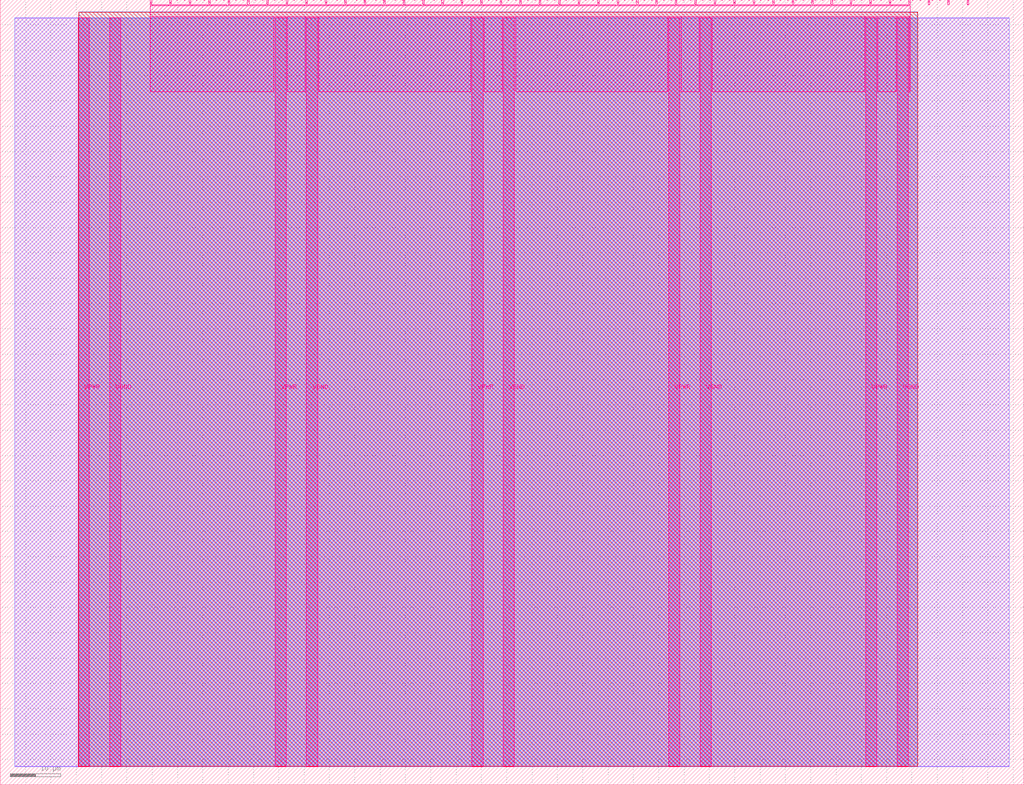
<source format=lef>
VERSION 5.7 ;
  NOWIREEXTENSIONATPIN ON ;
  DIVIDERCHAR "/" ;
  BUSBITCHARS "[]" ;
MACRO tt_um_brailliance
  CLASS BLOCK ;
  FOREIGN tt_um_brailliance ;
  ORIGIN 0.000 0.000 ;
  SIZE 202.080 BY 154.980 ;
  PIN VGND
    DIRECTION INOUT ;
    USE GROUND ;
    PORT
      LAYER Metal5 ;
        RECT 21.580 3.560 23.780 151.420 ;
    END
    PORT
      LAYER Metal5 ;
        RECT 60.450 3.560 62.650 151.420 ;
    END
    PORT
      LAYER Metal5 ;
        RECT 99.320 3.560 101.520 151.420 ;
    END
    PORT
      LAYER Metal5 ;
        RECT 138.190 3.560 140.390 151.420 ;
    END
    PORT
      LAYER Metal5 ;
        RECT 177.060 3.560 179.260 151.420 ;
    END
  END VGND
  PIN VPWR
    DIRECTION INOUT ;
    USE POWER ;
    PORT
      LAYER Metal5 ;
        RECT 15.380 3.560 17.580 151.420 ;
    END
    PORT
      LAYER Metal5 ;
        RECT 54.250 3.560 56.450 151.420 ;
    END
    PORT
      LAYER Metal5 ;
        RECT 93.120 3.560 95.320 151.420 ;
    END
    PORT
      LAYER Metal5 ;
        RECT 131.990 3.560 134.190 151.420 ;
    END
    PORT
      LAYER Metal5 ;
        RECT 170.860 3.560 173.060 151.420 ;
    END
  END VPWR
  PIN clk
    DIRECTION INPUT ;
    USE SIGNAL ;
    PORT
      LAYER Metal5 ;
        RECT 187.050 153.980 187.350 154.980 ;
    END
  END clk
  PIN ena
    DIRECTION INPUT ;
    USE SIGNAL ;
    PORT
      LAYER Metal5 ;
        RECT 190.890 153.980 191.190 154.980 ;
    END
  END ena
  PIN rst_n
    DIRECTION INPUT ;
    USE SIGNAL ;
    PORT
      LAYER Metal5 ;
        RECT 183.210 153.980 183.510 154.980 ;
    END
  END rst_n
  PIN ui_in[0]
    DIRECTION INPUT ;
    USE SIGNAL ;
    ANTENNAGATEAREA 0.180700 ;
    PORT
      LAYER Metal5 ;
        RECT 179.370 153.980 179.670 154.980 ;
    END
  END ui_in[0]
  PIN ui_in[1]
    DIRECTION INPUT ;
    USE SIGNAL ;
    ANTENNAGATEAREA 0.180700 ;
    PORT
      LAYER Metal5 ;
        RECT 175.530 153.980 175.830 154.980 ;
    END
  END ui_in[1]
  PIN ui_in[2]
    DIRECTION INPUT ;
    USE SIGNAL ;
    ANTENNAGATEAREA 0.180700 ;
    PORT
      LAYER Metal5 ;
        RECT 171.690 153.980 171.990 154.980 ;
    END
  END ui_in[2]
  PIN ui_in[3]
    DIRECTION INPUT ;
    USE SIGNAL ;
    ANTENNAGATEAREA 0.180700 ;
    PORT
      LAYER Metal5 ;
        RECT 167.850 153.980 168.150 154.980 ;
    END
  END ui_in[3]
  PIN ui_in[4]
    DIRECTION INPUT ;
    USE SIGNAL ;
    ANTENNAGATEAREA 0.180700 ;
    PORT
      LAYER Metal5 ;
        RECT 164.010 153.980 164.310 154.980 ;
    END
  END ui_in[4]
  PIN ui_in[5]
    DIRECTION INPUT ;
    USE SIGNAL ;
    ANTENNAGATEAREA 0.180700 ;
    PORT
      LAYER Metal5 ;
        RECT 160.170 153.980 160.470 154.980 ;
    END
  END ui_in[5]
  PIN ui_in[6]
    DIRECTION INPUT ;
    USE SIGNAL ;
    ANTENNAGATEAREA 0.180700 ;
    PORT
      LAYER Metal5 ;
        RECT 156.330 153.980 156.630 154.980 ;
    END
  END ui_in[6]
  PIN ui_in[7]
    DIRECTION INPUT ;
    USE SIGNAL ;
    ANTENNAGATEAREA 0.180700 ;
    PORT
      LAYER Metal5 ;
        RECT 152.490 153.980 152.790 154.980 ;
    END
  END ui_in[7]
  PIN uio_in[0]
    DIRECTION INPUT ;
    USE SIGNAL ;
    ANTENNAGATEAREA 0.180700 ;
    PORT
      LAYER Metal5 ;
        RECT 148.650 153.980 148.950 154.980 ;
    END
  END uio_in[0]
  PIN uio_in[1]
    DIRECTION INPUT ;
    USE SIGNAL ;
    ANTENNAGATEAREA 0.180700 ;
    PORT
      LAYER Metal5 ;
        RECT 144.810 153.980 145.110 154.980 ;
    END
  END uio_in[1]
  PIN uio_in[2]
    DIRECTION INPUT ;
    USE SIGNAL ;
    ANTENNAGATEAREA 0.180700 ;
    PORT
      LAYER Metal5 ;
        RECT 140.970 153.980 141.270 154.980 ;
    END
  END uio_in[2]
  PIN uio_in[3]
    DIRECTION INPUT ;
    USE SIGNAL ;
    ANTENNAGATEAREA 0.180700 ;
    PORT
      LAYER Metal5 ;
        RECT 137.130 153.980 137.430 154.980 ;
    END
  END uio_in[3]
  PIN uio_in[4]
    DIRECTION INPUT ;
    USE SIGNAL ;
    ANTENNAGATEAREA 0.180700 ;
    PORT
      LAYER Metal5 ;
        RECT 133.290 153.980 133.590 154.980 ;
    END
  END uio_in[4]
  PIN uio_in[5]
    DIRECTION INPUT ;
    USE SIGNAL ;
    ANTENNAGATEAREA 0.180700 ;
    PORT
      LAYER Metal5 ;
        RECT 129.450 153.980 129.750 154.980 ;
    END
  END uio_in[5]
  PIN uio_in[6]
    DIRECTION INPUT ;
    USE SIGNAL ;
    ANTENNAGATEAREA 0.180700 ;
    PORT
      LAYER Metal5 ;
        RECT 125.610 153.980 125.910 154.980 ;
    END
  END uio_in[6]
  PIN uio_in[7]
    DIRECTION INPUT ;
    USE SIGNAL ;
    ANTENNAGATEAREA 0.180700 ;
    PORT
      LAYER Metal5 ;
        RECT 121.770 153.980 122.070 154.980 ;
    END
  END uio_in[7]
  PIN uio_oe[0]
    DIRECTION OUTPUT ;
    USE SIGNAL ;
    ANTENNADIFFAREA 0.299200 ;
    PORT
      LAYER Metal5 ;
        RECT 56.490 153.980 56.790 154.980 ;
    END
  END uio_oe[0]
  PIN uio_oe[1]
    DIRECTION OUTPUT ;
    USE SIGNAL ;
    ANTENNADIFFAREA 0.299200 ;
    PORT
      LAYER Metal5 ;
        RECT 52.650 153.980 52.950 154.980 ;
    END
  END uio_oe[1]
  PIN uio_oe[2]
    DIRECTION OUTPUT ;
    USE SIGNAL ;
    ANTENNADIFFAREA 0.299200 ;
    PORT
      LAYER Metal5 ;
        RECT 48.810 153.980 49.110 154.980 ;
    END
  END uio_oe[2]
  PIN uio_oe[3]
    DIRECTION OUTPUT ;
    USE SIGNAL ;
    ANTENNADIFFAREA 0.299200 ;
    PORT
      LAYER Metal5 ;
        RECT 44.970 153.980 45.270 154.980 ;
    END
  END uio_oe[3]
  PIN uio_oe[4]
    DIRECTION OUTPUT ;
    USE SIGNAL ;
    ANTENNADIFFAREA 0.299200 ;
    PORT
      LAYER Metal5 ;
        RECT 41.130 153.980 41.430 154.980 ;
    END
  END uio_oe[4]
  PIN uio_oe[5]
    DIRECTION OUTPUT ;
    USE SIGNAL ;
    ANTENNADIFFAREA 0.299200 ;
    PORT
      LAYER Metal5 ;
        RECT 37.290 153.980 37.590 154.980 ;
    END
  END uio_oe[5]
  PIN uio_oe[6]
    DIRECTION OUTPUT ;
    USE SIGNAL ;
    ANTENNADIFFAREA 0.299200 ;
    PORT
      LAYER Metal5 ;
        RECT 33.450 153.980 33.750 154.980 ;
    END
  END uio_oe[6]
  PIN uio_oe[7]
    DIRECTION OUTPUT ;
    USE SIGNAL ;
    ANTENNADIFFAREA 0.299200 ;
    PORT
      LAYER Metal5 ;
        RECT 29.610 153.980 29.910 154.980 ;
    END
  END uio_oe[7]
  PIN uio_out[0]
    DIRECTION OUTPUT ;
    USE SIGNAL ;
    ANTENNADIFFAREA 0.299200 ;
    PORT
      LAYER Metal5 ;
        RECT 87.210 153.980 87.510 154.980 ;
    END
  END uio_out[0]
  PIN uio_out[1]
    DIRECTION OUTPUT ;
    USE SIGNAL ;
    ANTENNADIFFAREA 0.299200 ;
    PORT
      LAYER Metal5 ;
        RECT 83.370 153.980 83.670 154.980 ;
    END
  END uio_out[1]
  PIN uio_out[2]
    DIRECTION OUTPUT ;
    USE SIGNAL ;
    ANTENNADIFFAREA 0.299200 ;
    PORT
      LAYER Metal5 ;
        RECT 79.530 153.980 79.830 154.980 ;
    END
  END uio_out[2]
  PIN uio_out[3]
    DIRECTION OUTPUT ;
    USE SIGNAL ;
    ANTENNADIFFAREA 0.299200 ;
    PORT
      LAYER Metal5 ;
        RECT 75.690 153.980 75.990 154.980 ;
    END
  END uio_out[3]
  PIN uio_out[4]
    DIRECTION OUTPUT ;
    USE SIGNAL ;
    ANTENNADIFFAREA 0.299200 ;
    PORT
      LAYER Metal5 ;
        RECT 71.850 153.980 72.150 154.980 ;
    END
  END uio_out[4]
  PIN uio_out[5]
    DIRECTION OUTPUT ;
    USE SIGNAL ;
    ANTENNADIFFAREA 0.299200 ;
    PORT
      LAYER Metal5 ;
        RECT 68.010 153.980 68.310 154.980 ;
    END
  END uio_out[5]
  PIN uio_out[6]
    DIRECTION OUTPUT ;
    USE SIGNAL ;
    ANTENNADIFFAREA 0.299200 ;
    PORT
      LAYER Metal5 ;
        RECT 64.170 153.980 64.470 154.980 ;
    END
  END uio_out[6]
  PIN uio_out[7]
    DIRECTION OUTPUT ;
    USE SIGNAL ;
    ANTENNADIFFAREA 0.299200 ;
    PORT
      LAYER Metal5 ;
        RECT 60.330 153.980 60.630 154.980 ;
    END
  END uio_out[7]
  PIN uo_out[0]
    DIRECTION OUTPUT ;
    USE SIGNAL ;
    ANTENNADIFFAREA 0.706400 ;
    PORT
      LAYER Metal5 ;
        RECT 117.930 153.980 118.230 154.980 ;
    END
  END uo_out[0]
  PIN uo_out[1]
    DIRECTION OUTPUT ;
    USE SIGNAL ;
    ANTENNADIFFAREA 0.706400 ;
    PORT
      LAYER Metal5 ;
        RECT 114.090 153.980 114.390 154.980 ;
    END
  END uo_out[1]
  PIN uo_out[2]
    DIRECTION OUTPUT ;
    USE SIGNAL ;
    ANTENNADIFFAREA 0.706400 ;
    PORT
      LAYER Metal5 ;
        RECT 110.250 153.980 110.550 154.980 ;
    END
  END uo_out[2]
  PIN uo_out[3]
    DIRECTION OUTPUT ;
    USE SIGNAL ;
    ANTENNADIFFAREA 0.733200 ;
    PORT
      LAYER Metal5 ;
        RECT 106.410 153.980 106.710 154.980 ;
    END
  END uo_out[3]
  PIN uo_out[4]
    DIRECTION OUTPUT ;
    USE SIGNAL ;
    ANTENNADIFFAREA 0.733200 ;
    PORT
      LAYER Metal5 ;
        RECT 102.570 153.980 102.870 154.980 ;
    END
  END uo_out[4]
  PIN uo_out[5]
    DIRECTION OUTPUT ;
    USE SIGNAL ;
    ANTENNADIFFAREA 0.733200 ;
    PORT
      LAYER Metal5 ;
        RECT 98.730 153.980 99.030 154.980 ;
    END
  END uo_out[5]
  PIN uo_out[6]
    DIRECTION OUTPUT ;
    USE SIGNAL ;
    ANTENNADIFFAREA 0.733200 ;
    PORT
      LAYER Metal5 ;
        RECT 94.890 153.980 95.190 154.980 ;
    END
  END uo_out[6]
  PIN uo_out[7]
    DIRECTION OUTPUT ;
    USE SIGNAL ;
    ANTENNADIFFAREA 0.733200 ;
    PORT
      LAYER Metal5 ;
        RECT 91.050 153.980 91.350 154.980 ;
    END
  END uo_out[7]
  OBS
      LAYER GatPoly ;
        RECT 2.880 3.630 199.200 151.350 ;
      LAYER Metal1 ;
        RECT 2.880 3.560 199.200 151.420 ;
      LAYER Metal2 ;
        RECT 15.515 3.680 181.105 151.300 ;
      LAYER Metal3 ;
        RECT 15.560 3.635 181.060 152.605 ;
      LAYER Metal4 ;
        RECT 15.515 3.680 181.105 152.560 ;
      LAYER Metal5 ;
        RECT 30.120 153.770 33.240 153.980 ;
        RECT 33.960 153.770 37.080 153.980 ;
        RECT 37.800 153.770 40.920 153.980 ;
        RECT 41.640 153.770 44.760 153.980 ;
        RECT 45.480 153.770 48.600 153.980 ;
        RECT 49.320 153.770 52.440 153.980 ;
        RECT 53.160 153.770 56.280 153.980 ;
        RECT 57.000 153.770 60.120 153.980 ;
        RECT 60.840 153.770 63.960 153.980 ;
        RECT 64.680 153.770 67.800 153.980 ;
        RECT 68.520 153.770 71.640 153.980 ;
        RECT 72.360 153.770 75.480 153.980 ;
        RECT 76.200 153.770 79.320 153.980 ;
        RECT 80.040 153.770 83.160 153.980 ;
        RECT 83.880 153.770 87.000 153.980 ;
        RECT 87.720 153.770 90.840 153.980 ;
        RECT 91.560 153.770 94.680 153.980 ;
        RECT 95.400 153.770 98.520 153.980 ;
        RECT 99.240 153.770 102.360 153.980 ;
        RECT 103.080 153.770 106.200 153.980 ;
        RECT 106.920 153.770 110.040 153.980 ;
        RECT 110.760 153.770 113.880 153.980 ;
        RECT 114.600 153.770 117.720 153.980 ;
        RECT 118.440 153.770 121.560 153.980 ;
        RECT 122.280 153.770 125.400 153.980 ;
        RECT 126.120 153.770 129.240 153.980 ;
        RECT 129.960 153.770 133.080 153.980 ;
        RECT 133.800 153.770 136.920 153.980 ;
        RECT 137.640 153.770 140.760 153.980 ;
        RECT 141.480 153.770 144.600 153.980 ;
        RECT 145.320 153.770 148.440 153.980 ;
        RECT 149.160 153.770 152.280 153.980 ;
        RECT 153.000 153.770 156.120 153.980 ;
        RECT 156.840 153.770 159.960 153.980 ;
        RECT 160.680 153.770 163.800 153.980 ;
        RECT 164.520 153.770 167.640 153.980 ;
        RECT 168.360 153.770 171.480 153.980 ;
        RECT 172.200 153.770 175.320 153.980 ;
        RECT 176.040 153.770 179.160 153.980 ;
        RECT 29.660 151.630 179.620 153.770 ;
        RECT 29.660 136.775 54.040 151.630 ;
        RECT 56.660 136.775 60.240 151.630 ;
        RECT 62.860 136.775 92.910 151.630 ;
        RECT 95.530 136.775 99.110 151.630 ;
        RECT 101.730 136.775 131.780 151.630 ;
        RECT 134.400 136.775 137.980 151.630 ;
        RECT 140.600 136.775 170.650 151.630 ;
        RECT 173.270 136.775 176.850 151.630 ;
        RECT 179.470 136.775 179.620 151.630 ;
  END
END tt_um_brailliance
END LIBRARY


</source>
